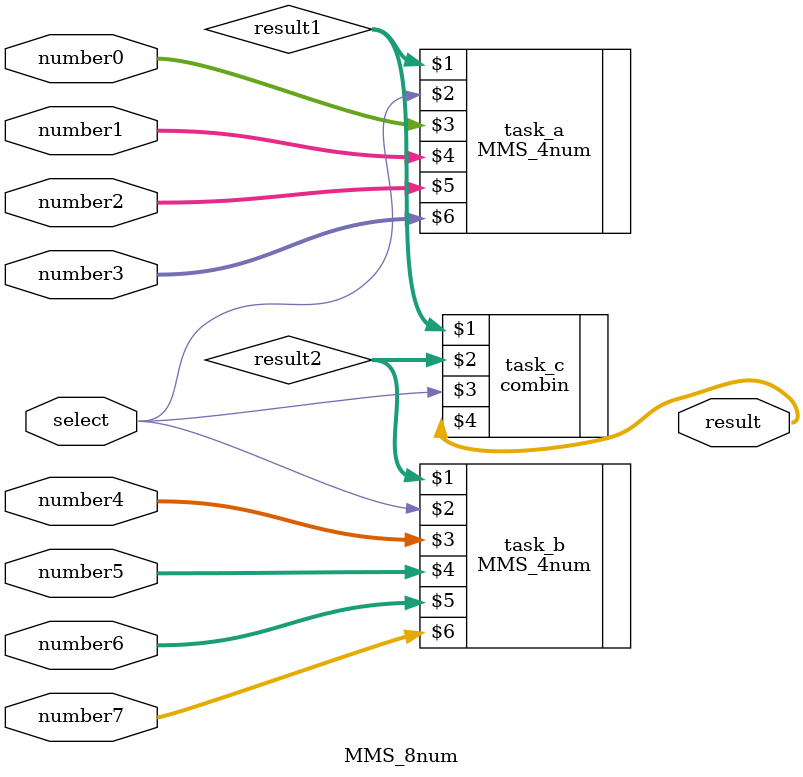
<source format=v>

module MMS_8num(result, select, number0, number1, number2, number3, number4, number5, number6, number7);

input        select;
input  [7:0] number0;
input  [7:0] number1;
input  [7:0] number2;
input  [7:0] number3;
input  [7:0] number4;
input  [7:0] number5;
input  [7:0] number6;
input  [7:0] number7;
output [7:0] result; 

wire	[7:0]result1;
wire	[7:0]result2;

MMS_4num task_a(result1, select, number0, number1, number2, number3);
MMS_4num task_b(result2, select, number4, number5, number6, number7);
combin task_c(result1,result2,select,result);

endmodule
</source>
